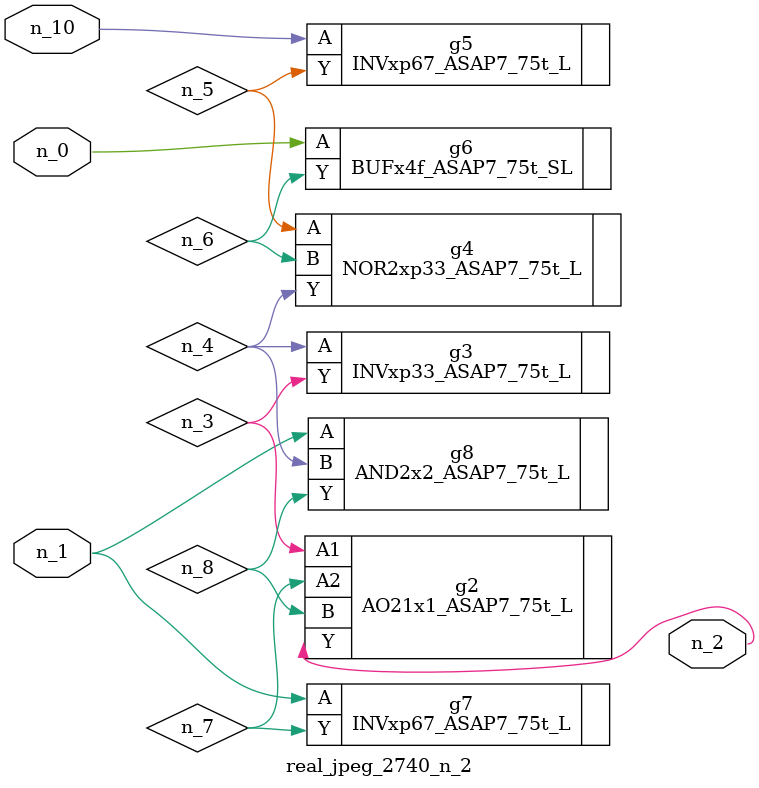
<source format=v>
module real_jpeg_2740_n_2 (n_1, n_10, n_0, n_2);

input n_1;
input n_10;
input n_0;

output n_2;

wire n_5;
wire n_4;
wire n_8;
wire n_6;
wire n_7;
wire n_3;

BUFx4f_ASAP7_75t_SL g6 ( 
.A(n_0),
.Y(n_6)
);

INVxp67_ASAP7_75t_L g7 ( 
.A(n_1),
.Y(n_7)
);

AND2x2_ASAP7_75t_L g8 ( 
.A(n_1),
.B(n_4),
.Y(n_8)
);

AO21x1_ASAP7_75t_L g2 ( 
.A1(n_3),
.A2(n_7),
.B(n_8),
.Y(n_2)
);

INVxp33_ASAP7_75t_L g3 ( 
.A(n_4),
.Y(n_3)
);

NOR2xp33_ASAP7_75t_L g4 ( 
.A(n_5),
.B(n_6),
.Y(n_4)
);

INVxp67_ASAP7_75t_L g5 ( 
.A(n_10),
.Y(n_5)
);


endmodule
</source>
